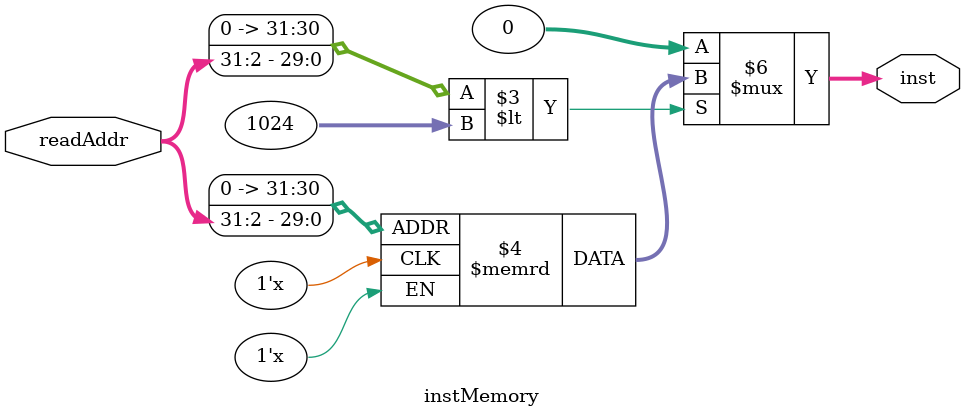
<source format=v>
`timescale 1ns / 1ps


module instMemory(
        input [31:0] readAddr,
        output reg [31:0] inst
    );

    reg [31:0] memFile [0:1023];
    
    always @ (readAddr)
    begin
//        $display("entering");
        inst = ((readAddr>>2) < 1024 ? memFile[readAddr>>2]:0);
    end

endmodule

</source>
